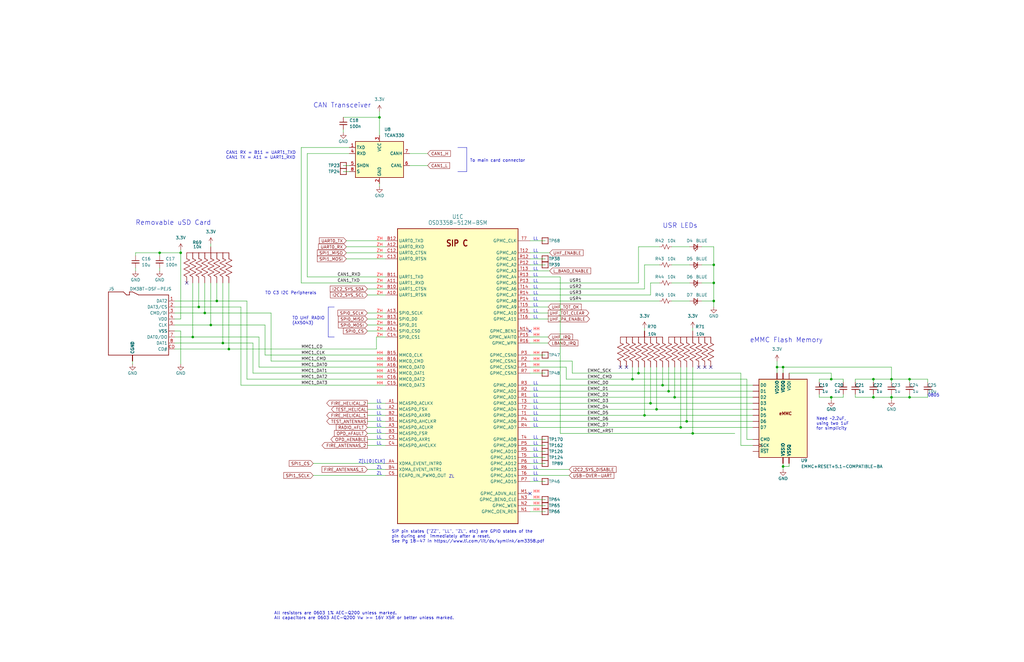
<source format=kicad_sch>
(kicad_sch (version 20230121) (generator eeschema)
  (paper "USLedger")
  (title_block (title "OreSat C3: OSD3358 SIP C") (date "2023-05-29") (rev "6.1"))
  (junction (at 67.31 106.68))
  (junction (at 88.9 137.16))
  (junction (at 350.52 167.64))
  (junction (at 327.66 154.94))
  (junction (at 96.52 147.32))
  (junction (at 383.54 167.64))
  (junction (at 81.28 142.24))
  (junction (at 91.44 127))
  (junction (at 284.48 167.64))
  (junction (at 274.32 170.18))
  (junction (at 350.52 160.02))
  (junction (at 375.92 167.64))
  (junction (at 271.78 175.26))
  (junction (at 279.4 162.56))
  (junction (at 160.02 49.53))
  (junction (at 368.3 160.02))
  (junction (at 86.36 132.08))
  (junction (at 276.86 172.72))
  (junction (at 289.56 177.8))
  (junction (at 300.99 127))
  (junction (at 93.98 144.78))
  (junction (at 383.54 160.02))
  (junction (at 292.1 182.88))
  (junction (at 368.3 167.64))
  (junction (at 83.82 129.54))
  (junction (at 281.94 165.1))
  (junction (at 266.7 160.02))
  (junction (at 287.02 180.34))
  (junction (at 375.92 160.02))
  (junction (at 76.2 106.68))
  (junction (at 330.2 154.94))
  (junction (at 300.99 111.76))
  (junction (at 300.99 119.38))
  (junction (at 269.24 157.48))
  (junction (at 330.2 196.85))
  (no_connect (at 78.74 119.38))
  (no_connect (at 261.62 154.94))
  (no_connect (at 264.16 154.94))
  (no_connect (at 294.64 154.94))
  (no_connect (at 297.18 154.94))
  (no_connect (at 299.72 154.94))
  (no_connect (at 223.52 208.28))
  (no_connect (at 223.52 139.7))
  (wire (pts (xy 295.91 119.38) (xy 300.99 119.38)))
  (wire (pts (xy 223.52 119.38) (xy 269.24 119.38)))
  (wire (pts (xy 383.54 166.37) (xy 383.54 167.64)))
  (wire (pts (xy 300.99 111.76) (xy 300.99 119.38)))
  (wire (pts (xy 368.3 166.37) (xy 368.3 167.64)))
  (wire (pts (xy 144.78 72.39) (xy 147.32 72.39)))
  (wire (pts (xy 276.86 154.94) (xy 276.86 172.72)))
  (wire (pts (xy 327.66 152.4) (xy 327.66 154.94)))
  (wire (pts (xy 283.21 104.14) (xy 290.83 104.14)))
  (wire (pts (xy 111.76 149.86) (xy 111.76 137.16)))
  (wire (pts (xy 57.15 113.03) (xy 57.15 114.3)))
  (wire (pts (xy 223.52 198.12) (xy 240.03 198.12)))
  (wire (pts (xy 238.76 154.94) (xy 238.76 160.02)))
  (wire (pts (xy 271.78 121.92) (xy 271.78 111.76)))
  (wire (pts (xy 223.52 190.5) (xy 229.87 190.5)))
  (wire (pts (xy 223.52 210.82) (xy 229.87 210.82)))
  (wire (pts (xy 281.94 154.94) (xy 281.94 165.1)))
  (wire (pts (xy 223.52 132.08) (xy 231.14 132.08)))
  (wire (pts (xy 223.52 213.36) (xy 229.87 213.36)))
  (wire (pts (xy 162.56 160.02) (xy 104.14 160.02)))
  (wire (pts (xy 269.24 154.94) (xy 269.24 157.48)))
  (wire (pts (xy 236.22 182.88) (xy 292.1 182.88)))
  (wire (pts (xy 158.75 142.24) (xy 162.56 142.24)))
  (wire (pts (xy 360.68 161.29) (xy 360.68 160.02)))
  (wire (pts (xy 96.52 147.32) (xy 96.52 119.38)))
  (wire (pts (xy 162.56 132.08) (xy 154.94 132.08)))
  (wire (pts (xy 223.52 149.86) (xy 229.87 149.86)))
  (wire (pts (xy 223.52 172.72) (xy 276.86 172.72)))
  (wire (pts (xy 269.24 157.48) (xy 312.42 157.48)))
  (wire (pts (xy 391.16 166.37) (xy 391.16 167.64)))
  (wire (pts (xy 283.21 111.76) (xy 290.83 111.76)))
  (wire (pts (xy 160.02 49.53) (xy 160.02 57.15)))
  (wire (pts (xy 327.66 154.94) (xy 330.2 154.94)))
  (wire (pts (xy 114.3 132.08) (xy 86.36 132.08)))
  (wire (pts (xy 67.31 106.68) (xy 67.31 107.95)))
  (wire (pts (xy 146.05 106.68) (xy 162.56 106.68)))
  (wire (pts (xy 57.15 106.68) (xy 67.31 106.68)))
  (wire (pts (xy 391.16 161.29) (xy 391.16 160.02)))
  (wire (pts (xy 383.54 160.02) (xy 391.16 160.02)))
  (wire (pts (xy 314.96 160.02) (xy 314.96 185.42)))
  (wire (pts (xy 73.66 139.7) (xy 76.2 139.7)))
  (wire (pts (xy 375.92 160.02) (xy 375.92 161.29)))
  (polyline (pts (xy 193.04 62.23) (xy 196.85 62.23)))
  (wire (pts (xy 147.32 62.23) (xy 127 62.23)))
  (polyline (pts (xy 140.97 129.54) (xy 138.43 129.54)))
  (wire (pts (xy 160.02 46.99) (xy 160.02 49.53)))
  (wire (pts (xy 223.52 106.68) (xy 231.775 106.68)))
  (wire (pts (xy 276.86 172.72) (xy 317.5 172.72)))
  (wire (pts (xy 144.78 54.61) (xy 144.78 55.88)))
  (wire (pts (xy 271.78 154.94) (xy 271.78 175.26)))
  (wire (pts (xy 154.94 177.8) (xy 162.56 177.8)))
  (wire (pts (xy 88.9 137.16) (xy 88.9 119.38)))
  (wire (pts (xy 146.05 104.14) (xy 162.56 104.14)))
  (wire (pts (xy 287.02 180.34) (xy 317.5 180.34)))
  (wire (pts (xy 281.94 165.1) (xy 317.5 165.1)))
  (wire (pts (xy 223.52 175.26) (xy 271.78 175.26)))
  (wire (pts (xy 330.2 196.85) (xy 332.74 196.85)))
  (wire (pts (xy 274.32 119.38) (xy 278.13 119.38)))
  (wire (pts (xy 375.92 167.64) (xy 375.92 168.91)))
  (wire (pts (xy 332.74 196.85) (xy 332.74 195.58)))
  (wire (pts (xy 279.4 154.94) (xy 279.4 162.56)))
  (wire (pts (xy 375.92 160.02) (xy 375.92 154.94)))
  (wire (pts (xy 368.3 167.64) (xy 375.92 167.64)))
  (wire (pts (xy 223.52 127) (xy 278.13 127)))
  (wire (pts (xy 350.52 167.64) (xy 350.52 168.91)))
  (wire (pts (xy 96.52 147.32) (xy 158.75 147.32)))
  (wire (pts (xy 269.24 104.14) (xy 278.13 104.14)))
  (wire (pts (xy 274.32 170.18) (xy 317.5 170.18)))
  (wire (pts (xy 383.54 160.02) (xy 383.54 161.29)))
  (wire (pts (xy 162.56 124.46) (xy 154.94 124.46)))
  (wire (pts (xy 383.54 167.64) (xy 375.92 167.64)))
  (wire (pts (xy 111.76 149.86) (xy 162.56 149.86)))
  (wire (pts (xy 223.52 195.58) (xy 229.87 195.58)))
  (wire (pts (xy 93.98 144.78) (xy 93.98 119.38)))
  (wire (pts (xy 283.21 127) (xy 290.83 127)))
  (wire (pts (xy 76.2 105.41) (xy 76.2 106.68)))
  (wire (pts (xy 109.22 154.94) (xy 109.22 142.24)))
  (wire (pts (xy 109.22 154.94) (xy 162.56 154.94)))
  (wire (pts (xy 88.9 102.87) (xy 88.9 104.14)))
  (wire (pts (xy 144.78 49.53) (xy 160.02 49.53)))
  (wire (pts (xy 172.72 64.77) (xy 180.34 64.77)))
  (wire (pts (xy 76.2 139.7) (xy 76.2 153.67)))
  (polyline (pts (xy 193.04 72.39) (xy 196.85 72.39)))
  (wire (pts (xy 223.52 193.04) (xy 229.87 193.04)))
  (wire (pts (xy 223.52 109.22) (xy 229.87 109.22)))
  (wire (pts (xy 269.24 119.38) (xy 269.24 104.14)))
  (wire (pts (xy 223.52 167.64) (xy 284.48 167.64)))
  (wire (pts (xy 223.52 157.48) (xy 229.87 157.48)))
  (wire (pts (xy 300.99 127) (xy 295.91 127)))
  (wire (pts (xy 223.52 101.6) (xy 229.87 101.6)))
  (wire (pts (xy 162.56 121.92) (xy 154.94 121.92)))
  (wire (pts (xy 223.52 142.24) (xy 231.14 142.24)))
  (wire (pts (xy 266.7 160.02) (xy 314.96 160.02)))
  (wire (pts (xy 158.75 147.32) (xy 158.75 142.24)))
  (wire (pts (xy 83.82 129.54) (xy 73.66 129.54)))
  (wire (pts (xy 236.22 116.84) (xy 236.22 182.88)))
  (wire (pts (xy 132.08 195.58) (xy 162.56 195.58)))
  (wire (pts (xy 274.32 124.46) (xy 274.32 119.38)))
  (polyline (pts (xy 138.43 142.24) (xy 140.97 142.24)))
  (wire (pts (xy 73.66 134.62) (xy 76.2 134.62)))
  (wire (pts (xy 223.52 121.92) (xy 271.78 121.92)))
  (wire (pts (xy 241.3 157.48) (xy 269.24 157.48)))
  (wire (pts (xy 127 119.38) (xy 162.56 119.38)))
  (wire (pts (xy 57.15 106.68) (xy 57.15 107.95)))
  (wire (pts (xy 154.94 175.26) (xy 162.56 175.26)))
  (wire (pts (xy 375.92 160.02) (xy 383.54 160.02)))
  (wire (pts (xy 160.02 77.47) (xy 160.02 78.74)))
  (wire (pts (xy 223.52 124.46) (xy 274.32 124.46)))
  (wire (pts (xy 154.94 134.62) (xy 162.56 134.62)))
  (wire (pts (xy 86.36 132.08) (xy 86.36 119.38)))
  (wire (pts (xy 223.52 134.62) (xy 231.14 134.62)))
  (wire (pts (xy 279.4 162.56) (xy 317.5 162.56)))
  (wire (pts (xy 289.56 154.94) (xy 289.56 177.8)))
  (wire (pts (xy 101.6 162.56) (xy 101.6 129.54)))
  (wire (pts (xy 332.74 157.48) (xy 350.52 157.48)))
  (wire (pts (xy 111.76 137.16) (xy 88.9 137.16)))
  (wire (pts (xy 114.3 152.4) (xy 114.3 132.08)))
  (wire (pts (xy 360.68 167.64) (xy 368.3 167.64)))
  (wire (pts (xy 292.1 182.88) (xy 309.88 182.88)))
  (wire (pts (xy 172.72 69.85) (xy 180.34 69.85)))
  (wire (pts (xy 330.2 196.85) (xy 330.2 198.12)))
  (wire (pts (xy 73.66 142.24) (xy 81.28 142.24)))
  (wire (pts (xy 101.6 129.54) (xy 83.82 129.54)))
  (wire (pts (xy 154.94 185.42) (xy 162.56 185.42)))
  (wire (pts (xy 132.08 200.66) (xy 162.56 200.66)))
  (wire (pts (xy 81.28 142.24) (xy 109.22 142.24)))
  (wire (pts (xy 106.68 144.78) (xy 106.68 157.48)))
  (wire (pts (xy 129.54 116.84) (xy 162.56 116.84)))
  (wire (pts (xy 223.52 152.4) (xy 241.3 152.4)))
  (wire (pts (xy 223.52 162.56) (xy 279.4 162.56)))
  (wire (pts (xy 295.91 104.14) (xy 300.99 104.14)))
  (wire (pts (xy 355.6 167.64) (xy 350.52 167.64)))
  (wire (pts (xy 292.1 138.43) (xy 292.1 139.7)))
  (wire (pts (xy 368.3 160.02) (xy 368.3 161.29)))
  (wire (pts (xy 223.52 114.3) (xy 231.775 114.3)))
  (wire (pts (xy 330.2 195.58) (xy 330.2 196.85)))
  (polyline (pts (xy 138.43 129.54) (xy 138.43 142.24)))
  (wire (pts (xy 241.3 152.4) (xy 241.3 157.48)))
  (wire (pts (xy 345.44 167.64) (xy 350.52 167.64)))
  (wire (pts (xy 67.31 106.68) (xy 76.2 106.68)))
  (wire (pts (xy 327.66 157.48) (xy 327.66 154.94)))
  (wire (pts (xy 295.91 111.76) (xy 300.99 111.76)))
  (wire (pts (xy 289.56 177.8) (xy 317.5 177.8)))
  (wire (pts (xy 73.66 147.32) (xy 96.52 147.32)))
  (wire (pts (xy 317.5 187.96) (xy 312.42 187.96)))
  (wire (pts (xy 154.94 170.18) (xy 162.56 170.18)))
  (wire (pts (xy 83.82 119.38) (xy 83.82 129.54)))
  (wire (pts (xy 274.32 154.94) (xy 274.32 170.18)))
  (wire (pts (xy 368.3 160.02) (xy 375.92 160.02)))
  (wire (pts (xy 76.2 134.62) (xy 76.2 106.68)))
  (wire (pts (xy 375.92 166.37) (xy 375.92 167.64)))
  (wire (pts (xy 154.94 187.96) (xy 162.56 187.96)))
  (wire (pts (xy 266.7 154.94) (xy 266.7 160.02)))
  (wire (pts (xy 127 62.23) (xy 127 119.38)))
  (wire (pts (xy 223.52 154.94) (xy 238.76 154.94)))
  (wire (pts (xy 146.05 109.22) (xy 162.56 109.22)))
  (wire (pts (xy 114.3 152.4) (xy 162.56 152.4)))
  (wire (pts (xy 350.52 160.02) (xy 350.52 157.48)))
  (wire (pts (xy 312.42 187.96) (xy 312.42 157.48)))
  (wire (pts (xy 271.78 111.76) (xy 278.13 111.76)))
  (wire (pts (xy 391.16 167.64) (xy 383.54 167.64)))
  (wire (pts (xy 162.56 139.7) (xy 154.94 139.7)))
  (wire (pts (xy 283.21 119.38) (xy 290.83 119.38)))
  (wire (pts (xy 223.52 144.78) (xy 231.14 144.78)))
  (wire (pts (xy 300.99 129.54) (xy 300.99 127)))
  (wire (pts (xy 223.52 185.42) (xy 229.87 185.42)))
  (wire (pts (xy 154.94 180.34) (xy 162.56 180.34)))
  (wire (pts (xy 223.52 165.1) (xy 281.94 165.1)))
  (wire (pts (xy 360.68 160.02) (xy 368.3 160.02)))
  (wire (pts (xy 284.48 167.64) (xy 317.5 167.64)))
  (wire (pts (xy 73.66 137.16) (xy 88.9 137.16)))
  (wire (pts (xy 345.44 161.29) (xy 345.44 160.02)))
  (wire (pts (xy 360.68 166.37) (xy 360.68 167.64)))
  (wire (pts (xy 73.66 132.08) (xy 86.36 132.08)))
  (wire (pts (xy 238.76 160.02) (xy 266.7 160.02)))
  (wire (pts (xy 223.52 180.34) (xy 287.02 180.34)))
  (wire (pts (xy 300.99 119.38) (xy 300.99 127)))
  (wire (pts (xy 355.6 161.29) (xy 355.6 160.02)))
  (wire (pts (xy 154.94 182.88) (xy 162.56 182.88)))
  (wire (pts (xy 355.6 166.37) (xy 355.6 167.64)))
  (wire (pts (xy 154.94 198.12) (xy 162.56 198.12)))
  (wire (pts (xy 154.94 137.16) (xy 162.56 137.16)))
  (wire (pts (xy 284.48 154.94) (xy 284.48 167.64)))
  (wire (pts (xy 375.92 154.94) (xy 330.2 154.94)))
  (wire (pts (xy 147.32 64.77) (xy 129.54 64.77)))
  (wire (pts (xy 292.1 154.94) (xy 292.1 182.88)))
  (wire (pts (xy 287.02 154.94) (xy 287.02 180.34)))
  (wire (pts (xy 223.52 203.2) (xy 229.87 203.2)))
  (wire (pts (xy 91.44 127) (xy 104.14 127)))
  (wire (pts (xy 93.98 144.78) (xy 106.68 144.78)))
  (wire (pts (xy 271.78 138.43) (xy 271.78 139.7)))
  (wire (pts (xy 73.66 127) (xy 91.44 127)))
  (polyline (pts (xy 196.85 62.23) (xy 196.85 72.39)))
  (wire (pts (xy 345.44 166.37) (xy 345.44 167.64)))
  (wire (pts (xy 144.78 69.85) (xy 147.32 69.85)))
  (wire (pts (xy 73.66 144.78) (xy 93.98 144.78)))
  (wire (pts (xy 355.6 160.02) (xy 350.52 160.02)))
  (wire (pts (xy 223.52 129.54) (xy 231.14 129.54)))
  (wire (pts (xy 345.44 160.02) (xy 350.52 160.02)))
  (wire (pts (xy 223.52 170.18) (xy 274.32 170.18)))
  (wire (pts (xy 146.05 101.6) (xy 162.56 101.6)))
  (wire (pts (xy 330.2 154.94) (xy 330.2 157.48)))
  (wire (pts (xy 314.96 185.42) (xy 317.5 185.42)))
  (wire (pts (xy 223.52 111.76) (xy 229.87 111.76)))
  (wire (pts (xy 223.52 200.66) (xy 240.03 200.66)))
  (wire (pts (xy 101.6 162.56) (xy 162.56 162.56)))
  (wire (pts (xy 223.52 177.8) (xy 289.56 177.8)))
  (wire (pts (xy 223.52 116.84) (xy 236.22 116.84)))
  (wire (pts (xy 55.88 152.4) (xy 55.88 153.67)))
  (wire (pts (xy 300.99 104.14) (xy 300.99 111.76)))
  (wire (pts (xy 223.52 215.9) (xy 229.87 215.9)))
  (wire (pts (xy 91.44 119.38) (xy 91.44 127)))
  (wire (pts (xy 223.52 187.96) (xy 229.87 187.96)))
  (wire (pts (xy 81.28 119.38) (xy 81.28 142.24)))
  (wire (pts (xy 104.14 160.02) (xy 104.14 127)))
  (wire (pts (xy 271.78 175.26) (xy 317.5 175.26)))
  (wire (pts (xy 129.54 64.77) (xy 129.54 116.84)))
  (wire (pts (xy 154.94 172.72) (xy 162.56 172.72)))
  (wire (pts (xy 67.31 113.03) (xy 67.31 114.3)))
  (wire (pts (xy 106.68 157.48) (xy 162.56 157.48)))
  (text "CAN1 RX = B11 = UART1_TXD\nCAN1 TX = A11 = UART1_RXD" (at 95.25 67.31 0) (effects (font (size 1.27 1.27)) (justify left bottom)))
  (text "0805" (at 391.16 167.64 0) (effects (font (size 1.27 1.27)) (justify left bottom)))
  (text "LL" (at 158.75 170.18 0) (effects (font (size 1.27 1.27)) (justify left bottom)))
  (text "LL" (at 158.75 182.88 0) (effects (font (size 1.27 1.27)) (justify left bottom)))
  (text "ZH" (at 158.75 134.62 0) (effects (font (size 1.27 1.27)) (justify left bottom)))
  (text "LL" (at 158.7355 172.6923 0) (effects (font (size 1.27 1.27)) (justify left bottom)))
  (text "ZH" (at 158.75 109.22 0) (effects (font (size 1.27 1.27)) (justify left bottom)))
  (text "ZH" (at 158.75 116.84 0) (effects (font (size 1.27 1.27)) (justify left bottom)))
  (text "ZH" (at 158.75 119.38 0) (effects (font (size 1.27 1.27)) (justify left bottom)))
  (text "HH" (at 224.79 152.4 0) (effects (font (size 1.27 1.27)) (justify left bottom)))
  (text "ZH" (at 158.75 132.08 0) (effects (font (size 1.27 1.27)) (justify left bottom)))
  (text "LL" (at 224.79 129.54 0) (effects (font (size 1.27 1.27)) (justify left bottom)))
  (text "LL" (at 224.79 185.42 0) (effects (font (size 1.27 1.27)) (justify left bottom)))
  (text "LL" (at 224.79 124.46 0) (effects (font (size 1.27 1.27)) (justify left bottom)))
  (text "LL" (at 224.79 165.1 0) (effects (font (size 1.27 1.27)) (justify left bottom)))
  (text "LL" (at 224.79 170.18 0) (effects (font (size 1.27 1.27)) (justify left bottom)))
  (text "eMMC Flash Memory" (at 316.23 144.78 0) (effects (font (size 2 2)) (justify left bottom)))
  (text "HH" (at 158.75 162.56 0) (effects (font (size 1.27 1.27)) (justify left bottom)))
  (text "ZH" (at 158.75 139.7 0) (effects (font (size 1.27 1.27)) (justify left bottom)))
  (text "LL" (at 224.79 193.04 0) (effects (font (size 1.27 1.27)) (justify left bottom)))
  (text "HH" (at 224.79 157.48 0) (effects (font (size 1.27 1.27)) (justify left bottom)))
  (text "LL" (at 224.79 172.72 0) (effects (font (size 1.27 1.27)) (justify left bottom)))
  (text "Removable uSD Card" (at 57.15 95.25 0) (effects (font (size 2 2)) (justify left bottom)))
  (text "Need ~2.2uF, \nusing two 1uF\nfor simplicity" (at 344.17 181.61 0) (effects (font (size 1.27 1.27)) (justify left bottom)))
  (text "LL" (at 224.79 109.22 0) (effects (font (size 1.27 1.27)) (justify left bottom)))
  (text "LL" (at 224.79 121.92 0) (effects (font (size 1.27 1.27)) (justify left bottom)))
  (text "LL" (at 224.79 134.62 0) (effects (font (size 1.27 1.27)) (justify left bottom)))
  (text "LL" (at 224.79 106.68 0) (effects (font (size 1.27 1.27)) (justify left bottom)))
  (text "LL" (at 224.79 198.12 0) (effects (font (size 1.27 1.27)) (justify left bottom)))
  (text "LL" (at 224.79 162.56 0) (effects (font (size 1.27 1.27)) (justify left bottom)))
  (text "HH" (at 224.79 144.78 0) (effects (font (size 1.27 1.27)) (justify left bottom)))
  (text "LL" (at 224.79 175.26 0) (effects (font (size 1.27 1.27)) (justify left bottom)))
  (text "LL" (at 224.79 195.58 0) (effects (font (size 1.27 1.27)) (justify left bottom)))
  (text "LL" (at 224.79 200.66 0) (effects (font (size 1.27 1.27)) (justify left bottom)))
  (text "HH" (at 224.79 149.86 0) (effects (font (size 1.27 1.27)) (justify left bottom)))
  (text "LL" (at 224.79 132.08 0) (effects (font (size 1.27 1.27)) (justify left bottom)))
  (text "SIP pin states (\"ZZ\", \"LL\", \"ZL\", etc) are GPIO states of the\npin during and  immediately after a reset.  \nSee Pg 18-47 in https://www.ti.com/lit/ds/symlink/am3358.pdf\n" (at 165.1 229.235 0) (effects (font (size 1.27 1.27)) (justify left bottom)))
  (text "LL" (at 224.79 111.76 0) (effects (font (size 1.27 1.27)) (justify left bottom)))
  (text "To main card connector" (at 198.12 68.58 0) (effects (font (size 1.27 1.27)) (justify left bottom)))
  (text "LL" (at 224.79 203.2 0) (effects (font (size 1.27 1.27)) (justify left bottom)))
  (text "USR LEDs" (at 279.4 96.52 0) (effects (font (size 2 2)) (justify left bottom)))
  (text "LL" (at 158.75 185.42 0) (effects (font (size 1.27 1.27)) (justify left bottom)))
  (text "ZH" (at 158.75 101.6 0) (effects (font (size 1.27 1.27)) (justify left bottom)))
  (text "LL" (at 224.79 187.96 0) (effects (font (size 1.27 1.27)) (justify left bottom)))
  (text "Z[L|0|CLK]" (at 151.13 195.58 0) (effects (font (size 1.27 1.27)) (justify left bottom)))
  (text "HH" (at 224.79 139.7 0) (effects (font (size 1.27 1.27)) (justify left bottom)))
  (text "ZH" (at 158.75 106.68 0) (effects (font (size 1.27 1.27)) (justify left bottom)))
  (text "HH" (at 224.79 142.24 0) (effects (font (size 1.27 1.27)) (justify left bottom)))
  (text "LL" (at 224.79 180.34 0) (effects (font (size 1.27 1.27)) (justify left bottom)))
  (text "LL" (at 224.79 127 0) (effects (font (size 1.27 1.27)) (justify left bottom)))
  (text "LL" (at 224.79 119.38 0) (effects (font (size 1.27 1.27)) (justify left bottom)))
  (text "ZL" (at 189.23 201.93 0) (effects (font (size 1.27 1.27)) (justify left bottom)))
  (text "HH" (at 224.79 215.9 0) (effects (font (size 1.27 1.27)) (justify left bottom)))
  (text "ZH" (at 158.75 124.46 0) (effects (font (size 1.27 1.27)) (justify left bottom)))
  (text "LL" (at 224.79 114.3 0) (effects (font (size 1.27 1.27)) (justify left bottom)))
  (text "TO C3 I2C Peripherals" (at 111.76 124.46 0) (effects (font (size 1.27 1.27)) (justify left bottom)))
  (text "ZH" (at 158.75 137.16 0) (effects (font (size 1.27 1.27)) (justify left bottom)))
  (text "HH" (at 224.79 213.36 0) (effects (font (size 1.27 1.27)) (justify left bottom)))
  (text "ZL" (at 158.75 198.12 0) (effects (font (size 1.27 1.27)) (justify left bottom)))
  (text "ZH" (at 158.75 142.24 0) (effects (font (size 1.27 1.27)) (justify left bottom)))
  (text "HH" (at 158.75 160.02 0) (effects (font (size 1.27 1.27)) (justify left bottom)))
  (text "HH" (at 158.75 149.86 0) (effects (font (size 1.27 1.27)) (justify left bottom)))
  (text "LL" (at 158.75 180.34 0) (effects (font (size 1.27 1.27)) (justify left bottom)))
  (text "ZH" (at 158.75 121.92 0) (effects (font (size 1.27 1.27)) (justify left bottom)))
  (text "LL" (at 224.79 177.8 0) (effects (font (size 1.27 1.27)) (justify left bottom)))
  (text "LL" (at 224.79 190.5 0) (effects (font (size 1.27 1.27)) (justify left bottom)))
  (text "HH" (at 158.75 152.4 0) (effects (font (size 1.27 1.27)) (justify left bottom)))
  (text "HH" (at 224.79 154.94 0) (effects (font (size 1.27 1.27)) (justify left bottom)))
  (text "HH" (at 158.75 154.94 0) (effects (font (size 1.27 1.27)) (justify left bottom)))
  (text "All resistors are 0603 1% AEC-Q200 unless marked.\nAll capacitors are 0603 AEC-Q200 Vw >= 16V X5R or better unless marked." (at 115.57 261.62 0) (effects (font (size 1.27 1.27)) (justify left bottom)))
  (text "LL" (at 158.75 177.8 0) (effects (font (size 1.27 1.27)) (justify left bottom)))
  (text "LL" (at 224.79 101.6 0) (effects (font (size 1.27 1.27)) (justify left bottom)))
  (text "CAN Transceiver" (at 132.08 45.72 0) (effects (font (size 2 2)) (justify left bottom)))
  (text "LL" (at 158.75 187.96 0) (effects (font (size 1.27 1.27)) (justify left bottom)))
  (text "LL" (at 158.75 175.26 0) (effects (font (size 1.27 1.27)) (justify left bottom)))
  (text "ZL" (at 158.75 200.66 0) (effects (font (size 1.27 1.27)) (justify left bottom)))
  (text "ZH" (at 158.75 104.14 0) (effects (font (size 1.27 1.27)) (justify left bottom)))
  (text "TO UHF RADIO\n(AX5043)" (at 123.19 137.16 0) (effects (font (size 1.27 1.27)) (justify left bottom)))
  (text "LL" (at 224.79 167.64 0) (effects (font (size 1.27 1.27)) (justify left bottom)))
  (text "HH" (at 158.75 157.48 0) (effects (font (size 1.27 1.27)) (justify left bottom)))
  (text "LL" (at 224.79 116.84 0) (effects (font (size 1.27 1.27)) (justify left bottom)))
  (text "HH" (at 224.79 208.28 0) (effects (font (size 1.27 1.27)) (justify left bottom)))
  (text "HH" (at 224.79 210.82 0) (effects (font (size 1.27 1.27)) (justify left bottom)))
  (label "EMMC_D6" (at 247.65 177.8 0))
  (label "USR3" (at 240.03 124.46 0))
  (label "USR4" (at 240.03 127 0))
  (label "CAN1_RXD" (at 142.24 116.84 0))
  (label "EMMC_D0" (at 247.65 162.56 0))
  (label "USR2" (at 240.03 121.92 0))
  (label "EMMC_CMD" (at 247.65 160.02 0))
  (label "MMC1_CMD" (at 127 152.4 0))
  (label "MMC1_DAT3" (at 127 162.56 0))
  (label "EMMC_nRST" (at 247.65 182.88 0))
  (label "EMMC_SCK" (at 247.65 157.48 0))
  (label "EMMC_D4" (at 247.65 172.72 0))
  (label "USR1" (at 240.03 119.38 0))
  (label "MMC1_DAT1" (at 127 157.48 0))
  (label "CAN1_TXD" (at 142.24 119.38 0))
  (label "MMC1_CLK" (at 127 149.86 0))
  (label "MMC1_CD" (at 127 147.32 0))
  (label "EMMC_D7" (at 247.65 180.34 0))
  (label "EMMC_D3" (at 247.65 170.18 0))
  (label "MMC1_DAT0" (at 127 154.94 0))
  (label "EMMC_D2" (at 247.65 167.64 0))
  (label "EMMC_D5" (at 247.65 175.26 0))
  (label "EMMC_D1" (at 247.65 165.1 0))
  (label "MMC1_DAT2" (at 127 160.02 0))
  (global_label "SPI1_CS" (shape input) (at 132.08 195.58 180) (property "Intersheetrefs" "${INTERSHEET_REFS}" (at 121.4333 195.58 0) (effects (justify right))))
  (global_label "SPI0_MOSI" (shape input) (at 154.94 137.16 180) (property "Intersheetrefs" "${INTERSHEET_REFS}" (at 142.1766 137.16 0) (effects (justify right))))
  (global_label "SPI1_MISO" (shape input) (at 146.05 106.68 180) (property "Intersheetrefs" "${INTERSHEET_REFS}" (at 133.2866 106.68 0) (effects (justify right))))
  (global_label "I2C2_SYS_DISABLE" (shape input) (at 240.03 198.12 0) (property "Intersheetrefs" "${INTERSHEET_REFS}" (at 260.3718 198.12 0) (effects (justify left))))
  (global_label "FIRE_ANTENNAS_1" (shape input) (at 154.94 198.12 180) (property "Intersheetrefs" "${INTERSHEET_REFS}" (at 135.2823 198.12 0) (effects (justify right))))
  (global_label "UHF_IRQ" (shape input) (at 231.14 142.24 0) (property "Intersheetrefs" "${INTERSHEET_REFS}" (at 241.9683 142.24 0) (effects (justify left))))
  (global_label "UHF_ENABLE" (shape input) (at 231.775 106.68 0) (property "Intersheetrefs" "${INTERSHEET_REFS}" (at 245.745 106.68 0) (effects (justify left))))
  (global_label "FIRE_HELICAL_2" (shape output) (at 154.94 170.18 180) (property "Intersheetrefs" "${INTERSHEET_REFS}" (at 137.278 170.18 0) (effects (justify right))))
  (global_label "UHF_TOT_OK" (shape input) (at 231.14 129.54 0) (property "Intersheetrefs" "${INTERSHEET_REFS}" (at 245.5968 129.54 0) (effects (justify left))))
  (global_label "SPI0_SCLK" (shape input) (at 154.94 132.08 180) (property "Intersheetrefs" "${INTERSHEET_REFS}" (at 141.9952 132.08 0) (effects (justify right))))
  (global_label "OPD_nENABLE" (shape output) (at 154.94 185.42 180) (property "Intersheetrefs" "${INTERSHEET_REFS}" (at 139.0319 185.42 0) (effects (justify right))))
  (global_label "SPI0_MISO" (shape input) (at 154.94 134.62 180) (property "Intersheetrefs" "${INTERSHEET_REFS}" (at 142.1766 134.62 0) (effects (justify right))))
  (global_label "RADIO_nFLT" (shape input) (at 154.94 180.34 180) (property "Intersheetrefs" "${INTERSHEET_REFS}" (at 141.2694 180.34 0) (effects (justify right))))
  (global_label "I2C2_SYS_SDA" (shape input) (at 154.94 121.92 180) (property "Intersheetrefs" "${INTERSHEET_REFS}" (at 138.7295 121.92 0) (effects (justify right))))
  (global_label "I2C2_SYS_SCL" (shape input) (at 154.94 124.46 180) (property "Intersheetrefs" "${INTERSHEET_REFS}" (at 138.79 124.46 0) (effects (justify right))))
  (global_label "TEST_ANTENNAS" (shape output) (at 154.94 177.8 180) (property "Intersheetrefs" "${INTERSHEET_REFS}" (at 137.2781 177.8 0) (effects (justify right))))
  (global_label "UHF_PA_ENABLE" (shape output) (at 231.14 134.62 0) (property "Intersheetrefs" "${INTERSHEET_REFS}" (at 249.1044 134.62 0) (effects (justify left))))
  (global_label "FIRE_ANTENNAS_2" (shape output) (at 154.94 187.96 180) (property "Intersheetrefs" "${INTERSHEET_REFS}" (at 135.2823 187.96 0) (effects (justify right))))
  (global_label "L_BAND_ENABLE" (shape input) (at 231.775 114.3 0) (property "Intersheetrefs" "${INTERSHEET_REFS}" (at 248.92 114.3 0) (effects (justify left))))
  (global_label "UART0_RX" (shape input) (at 146.05 104.14 180) (property "Intersheetrefs" "${INTERSHEET_REFS}" (at 133.8309 104.14 0) (effects (justify right))))
  (global_label "SPI0_CS" (shape input) (at 154.94 139.7 180) (property "Intersheetrefs" "${INTERSHEET_REFS}" (at 144.2933 139.7 0) (effects (justify right))))
  (global_label "SPI1_SCLK" (shape input) (at 132.08 200.66 180) (property "Intersheetrefs" "${INTERSHEET_REFS}" (at 119.1352 200.66 0) (effects (justify right))))
  (global_label "CAN1_L" (shape input) (at 180.34 69.85 0) (property "Intersheetrefs" "${INTERSHEET_REFS}" (at 190.1401 69.85 0) (effects (justify left))))
  (global_label "USB-OVER-UART" (shape input) (at 240.03 200.66 0) (property "Intersheetrefs" "${INTERSHEET_REFS}" (at 259.4648 200.66 0) (effects (justify left))))
  (global_label "OPD_nFAULT" (shape input) (at 154.94 182.88 180) (property "Intersheetrefs" "${INTERSHEET_REFS}" (at 140.5437 182.88 0) (effects (justify right))))
  (global_label "UHF_TOT_CLEAR" (shape output) (at 231.14 132.08 0) (property "Intersheetrefs" "${INTERSHEET_REFS}" (at 248.802 132.08 0) (effects (justify left))))
  (global_label "CAN1_H" (shape input) (at 180.34 64.77 0) (property "Intersheetrefs" "${INTERSHEET_REFS}" (at 190.4425 64.77 0) (effects (justify left))))
  (global_label "SPI1_MOSI" (shape input) (at 146.05 109.22 180) (property "Intersheetrefs" "${INTERSHEET_REFS}" (at 133.2866 109.22 0) (effects (justify right))))
  (global_label "UART0_TX" (shape input) (at 146.05 101.6 180) (property "Intersheetrefs" "${INTERSHEET_REFS}" (at 134.1333 101.6 0) (effects (justify right))))
  (global_label "TEST_HELICAL" (shape output) (at 154.94 172.72 180) (property "Intersheetrefs" "${INTERSHEET_REFS}" (at 139.2738 172.72 0) (effects (justify right))))
  (global_label "LBAND_IRQ" (shape input) (at 231.14 144.78 0) (property "Intersheetrefs" "${INTERSHEET_REFS}" (at 244.2059 144.78 0) (effects (justify left))))
  (global_label "FIRE_HELICAL_1" (shape output) (at 154.94 175.26 180) (property "Intersheetrefs" "${INTERSHEET_REFS}" (at 137.278 175.26 0) (effects (justify right))))
  (symbol (lib_id "oresat-misc:Test-Point-1mm-round") (at 229.87 109.22 180) (unit 1)
    (property "Reference" "TP38" (at 236.22 109.22 0) (effects (justify left)))
    (property "Value" "Test-Point" (effects hide))
    (property "Footprint" "oresat-misc:TestPoint_Pad_D1.0mm" (effects hide))
  )
  (symbol (lib_id "oresat-power:3.3V") (at 292.1 138.43 0) (unit 1)
    (property "Reference" "#3V0106" (effects hide))
    (property "Value" "3.3V" (at 292.1 133.35 0))
  )
  (symbol (lib_id "power:GND") (at 375.92 168.91 0) (unit 1)
    (property "Reference" "#PWR0150" (effects hide))
    (property "Value" "GND" (at 375.92 172.72 0))
  )
  (symbol (lib_id "oresat-misc:Test-Point-1mm-round") (at 229.87 185.42 90) (unit 1)
    (property "Reference" "TP170" (at 237.49 185.42 90) (effects (justify left)))
    (property "Value" "Test-Point" (effects hide))
    (property "Footprint" "oresat-misc:TestPoint_Pad_D1.0mm" (effects hide))
  )
  (symbol (lib_id "oresat-misc:Test-Point-1mm-round") (at 229.87 101.6 90) (unit 1)
    (property "Reference" "TP68" (at 236.22 101.6 90) (effects (justify left)))
    (property "Value" "Test-Point" (effects hide))
    (property "Footprint" "oresat-misc:TestPoint_Pad_D1.0mm" (effects hide))
  )
  (symbol (lib_id "power:GND") (at 55.88 153.67 0) (unit 1)
    (property "Reference" "#PWR0157" (effects hide))
    (property "Value" "GND" (at 55.88 157.48 0))
  )
  (symbol (lib_id "oresat-misc:Test-Point-1mm-round") (at 229.87 203.2 90) (unit 1)
    (property "Reference" "TP46" (at 236.22 203.2 90) (effects (justify left)))
    (property "Value" "Test-Point" (effects hide))
    (property "Footprint" "oresat-misc:TestPoint_Pad_D1.0mm" (effects hide))
  )
  (symbol (lib_id "Device:LED_Small") (at 293.37 104.14 180) (unit 1)
    (property "Reference" "D4" (at 290.83 101.6 0))
    (property "Value" "BLUE" (at 295.91 101.6 0))
    (property "Footprint" "LED_SMD:LED_0603_1608Metric" (effects hide))
  )
  (symbol (lib_id "Device:R_Small_US") (at 280.67 119.38 90) (unit 1)
    (property "Reference" "R44" (at 278.13 116.84 90))
    (property "Value" "10k" (at 283.21 116.84 90))
    (property "Footprint" "Resistor_SMD:R_0603_1608Metric" (effects hide))
  )
  (symbol (lib_id "Device:C_Small") (at 360.68 163.83 0) (mirror y) (unit 1)
    (property "Reference" "C21" (at 364.49 162.56 0) (effects (justify left)))
    (property "Value" "1u" (at 364.49 165.1 0) (effects (justify left)))
    (property "Footprint" "Capacitor_SMD:C_0603_1608Metric" (effects hide))
  )
  (symbol (lib_id "Device:C_Small") (at 383.54 163.83 0) (mirror y) (unit 1)
    (property "Reference" "C24" (at 387.35 162.56 0) (effects (justify left)))
    (property "Value" "1u" (at 387.35 165.1 0) (effects (justify left)))
    (property "Footprint" "Capacitor_SMD:C_0603_1608Metric" (effects hide))
  )
  (symbol (lib_id "oresat-power:3.3V") (at 88.9 102.87 0) (unit 1)
    (property "Reference" "#3V0102" (effects hide))
    (property "Value" "3.3V" (at 88.9 97.79 0))
  )
  (symbol (lib_id "oresat-ics:EMMC+RESET+5.1-COMPATIBLE-BA") (at 330.2 175.26 0) (unit 1)
    (property "Reference" "U9" (at 339.09 194.31 0))
    (property "Value" "EMMC+RESET+5.1-COMPATIBLE-BA" (at 337.82 196.85 0) (effects (justify left)))
    (property "Footprint" "oresat-ics:BGA-153(11.5X13)(EMMC-BA)" (effects hide))
    (property "Datasheet" "https://www.issi.com/WW/pdf/IS21_22ES08G.pdf" (effects hide))
  )
  (symbol (lib_id "oresat-power:3.3V") (at 327.66 152.4 0) (unit 1)
    (property "Reference" "#3V0108" (effects hide))
    (property "Value" "3.3V" (at 327.66 147.32 0))
  )
  (symbol (lib_id "Device:R_Small_US") (at 280.67 104.14 90) (unit 1)
    (property "Reference" "R42" (at 278.13 101.6 90))
    (property "Value" "10k" (at 283.21 101.6 90))
    (property "Footprint" "Resistor_SMD:R_0603_1608Metric" (effects hide))
  )
  (symbol (lib_id "oresat-misc:Test-Point-1mm-round") (at 229.87 195.58 90) (unit 1)
    (property "Reference" "TP89" (at 237.49 195.58 90) (effects (justify left)))
    (property "Value" "Test-Point" (effects hide))
    (property "Footprint" "oresat-misc:TestPoint_Pad_D1.0mm" (effects hide))
  )
  (symbol (lib_id "Device:C_Small") (at 57.15 110.49 0) (unit 1)
    (property "Reference" "C16" (at 59.69 109.2262 0) (effects (justify left)))
    (property "Value" "10u" (at 59.69 111.7662 0) (effects (justify left)))
    (property "Footprint" "Capacitor_SMD:C_0805_2012Metric" (effects hide))
  )
  (symbol (lib_id "Interface_CAN_LIN:TCAN330") (at 160.02 67.31 0) (unit 1)
    (property "Reference" "U8" (at 162.0394 54.61 0) (effects (justify left)))
    (property "Value" "TCAN330" (at 162.0394 57.15 0) (effects (justify left)))
    (property "Footprint" "Package_TO_SOT_SMD:SOT-23-8" (effects hide))
    (property "Datasheet" "http://www.ti.com/lit/ds/symlink/tcan337.pdf" (effects hide))
  )
  (symbol (lib_id "Device:C_Small") (at 368.3 163.83 0) (mirror y) (unit 1)
    (property "Reference" "C22" (at 372.11 162.56 0) (effects (justify left)))
    (property "Value" "1u" (at 372.11 165.1 0) (effects (justify left)))
    (property "Footprint" "Capacitor_SMD:C_0603_1608Metric" (effects hide))
  )
  (symbol (lib_id "oresat-power:3.3V") (at 160.02 46.99 0) (unit 1)
    (property "Reference" "#3V0105" (effects hide))
    (property "Value" "3.3V" (at 160.02 41.91 0))
  )
  (symbol (lib_id "power:GND") (at 300.99 129.54 0) (unit 1)
    (property "Reference" "#PWR0153" (effects hide))
    (property "Value" "GND" (at 300.99 133.35 0))
  )
  (symbol (lib_id "oresat-misc:Test-Point-1mm-round") (at 229.87 190.5 90) (unit 1)
    (property "Reference" "TP126" (at 237.49 190.5 90) (effects (justify left)))
    (property "Value" "Test-Point" (effects hide))
    (property "Footprint" "oresat-misc:TestPoint_Pad_D1.0mm" (effects hide))
  )
  (symbol (lib_id "power:GND") (at 76.2 153.67 0) (unit 1)
    (property "Reference" "#PWR0158" (effects hide))
    (property "Value" "GND" (at 76.2 157.48 0))
  )
  (symbol (lib_id "oresat-misc:Test-Point-1mm-round") (at 144.78 69.85 0) (unit 1)
    (property "Reference" "TP23" (at 138.43 69.85 0) (effects (justify left)))
    (property "Value" "Test-Point" (effects hide))
    (property "Footprint" "oresat-misc:TestPoint_Pad_D1.0mm" (effects hide))
  )
  (symbol (lib_id "power:GND") (at 350.52 168.91 0) (unit 1)
    (property "Reference" "#PWR0152" (effects hide))
    (property "Value" "GND" (at 350.52 172.72 0))
  )
  (symbol (lib_id "power:GND") (at 57.15 114.3 0) (unit 1)
    (property "Reference" "#PWR0154" (effects hide))
    (property "Value" "GND" (at 57.15 118.11 0))
  )
  (symbol (lib_id "power:GND") (at 67.31 114.3 0) (unit 1)
    (property "Reference" "#PWR0155" (effects hide))
    (property "Value" "GND" (at 67.31 118.11 0))
  )
  (symbol (lib_id "Device:C_Small") (at 345.44 163.83 0) (mirror y) (unit 1)
    (property "Reference" "C19" (at 349.25 162.56 0) (effects (justify left)))
    (property "Value" "1u" (at 349.25 165.1 0) (effects (justify left)))
    (property "Footprint" "Capacitor_SMD:C_0603_1608Metric" (effects hide))
  )
  (symbol (lib_id "oresat-misc:Test-Point-1mm-round") (at 229.87 157.48 180) (unit 1)
    (property "Reference" "TP48" (at 236.22 157.48 0) (effects (justify left)))
    (property "Value" "Test-Point" (effects hide))
    (property "Footprint" "oresat-misc:TestPoint_Pad_D1.0mm" (effects hide))
  )
  (symbol (lib_id "oresat-misc:Test-Point-1mm-round") (at 229.87 193.04 90) (unit 1)
    (property "Reference" "TP124" (at 237.49 193.04 90) (effects (justify left)))
    (property "Value" "Test-Point" (effects hide))
    (property "Footprint" "oresat-misc:TestPoint_Pad_D1.0mm" (effects hide))
  )
  (symbol (lib_id "Device:LED_Small") (at 293.37 111.76 180) (unit 1)
    (property "Reference" "D5" (at 290.83 109.22 0))
    (property "Value" "BLUE" (at 295.91 109.22 0))
    (property "Footprint" "LED_SMD:LED_0603_1608Metric" (effects hide))
  )
  (symbol (lib_id "oresat-power:3.3V") (at 271.78 138.43 0) (unit 1)
    (property "Reference" "#3V0107" (effects hide))
    (property "Value" "3.3V" (at 271.78 133.35 0))
  )
  (symbol (lib_id "oresat-ics:OSD3358-512M-BSM") (at 193.04 157.48 0) (unit 3)
    (property "Reference" "U1" (at 193.04 91.44 0) (effects (font (size 1.778 1.5113))))
    (property "Value" "OSD3358-512M-BSM" (at 193.04 93.98 0) (effects (font (size 1.778 1.5113))))
    (property "Footprint" "oresat-ics:U-Octavo-OSD335X-BGA-256" (effects hide))
    (property "Description" "OSD335x Embedded Module 1GHz 512MB" (effects hide))
    (property "Distributor" "DigiKey" (effects hide))
    (property "MPN" "OSD3358-512M-BSM" (effects hide))
  )
  (symbol (lib_id "Device:C_Small") (at 144.78 52.07 0) (unit 1)
    (property "Reference" "C18" (at 147.32 50.8062 0) (effects (justify left)))
    (property "Value" "100n" (at 147.32 53.3462 0) (effects (justify left)))
    (property "Footprint" "Capacitor_SMD:C_0603_1608Metric" (effects hide))
  )
  (symbol (lib_id "oresat-misc:Test-Point-1mm-round") (at 229.87 213.36 90) (unit 1)
    (property "Reference" "TP65" (at 236.22 213.36 90) (effects (justify left)))
    (property "Value" "Test-Point" (effects hide))
    (property "Footprint" "oresat-misc:TestPoint_Pad_D1.0mm" (effects hide))
  )
  (symbol (lib_id "Device:R_Small_US") (at 280.67 111.76 90) (unit 1)
    (property "Reference" "R43" (at 278.13 109.22 90))
    (property "Value" "10k" (at 283.21 109.22 90))
    (property "Footprint" "Resistor_SMD:R_0603_1608Metric" (effects hide))
  )
  (symbol (lib_id "oresat-misc:Test-Point-1mm-round") (at 229.87 149.86 180) (unit 1)
    (property "Reference" "TP47" (at 236.22 149.86 0) (effects (justify left)))
    (property "Value" "Test-Point" (effects hide))
    (property "Footprint" "oresat-misc:TestPoint_Pad_D1.0mm" (effects hide))
  )
  (symbol (lib_id "oresat-power:3.3V") (at 76.2 105.41 0) (unit 1)
    (property "Reference" "#3V0101" (effects hide))
    (property "Value" "3.3V" (at 76.2 100.33 0))
  )
  (symbol (lib_id "oresat-misc:Test-Point-1mm-round") (at 229.87 111.76 180) (unit 1)
    (property "Reference" "TP39" (at 236.22 111.76 0) (effects (justify left)))
    (property "Value" "Test-Point" (effects hide))
    (property "Footprint" "oresat-misc:TestPoint_Pad_D1.0mm" (effects hide))
  )
  (symbol (lib_id "oresat-misc:Test-Point-1mm-round") (at 229.87 187.96 90) (unit 1)
    (property "Reference" "TP162" (at 237.49 187.96 90) (effects (justify left)))
    (property "Value" "Test-Point" (effects hide))
    (property "Footprint" "oresat-misc:TestPoint_Pad_D1.0mm" (effects hide))
  )
  (symbol (lib_id "Device:LED_Small") (at 293.37 119.38 180) (unit 1)
    (property "Reference" "D6" (at 290.83 116.84 0))
    (property "Value" "BLUE" (at 295.91 116.84 0))
    (property "Footprint" "LED_SMD:LED_0603_1608Metric" (effects hide))
  )
  (symbol (lib_id "oresat-misc:Test-Point-1mm-round") (at 144.78 72.39 0) (unit 1)
    (property "Reference" "TP24" (at 138.43 72.39 0) (effects (justify left)))
    (property "Value" "Test-Point" (effects hide))
    (property "Footprint" "oresat-misc:TestPoint_Pad_D1.0mm" (effects hide))
  )
  (symbol (lib_id "Device:C_Small") (at 375.92 163.83 0) (mirror y) (unit 1)
    (property "Reference" "C23" (at 379.73 162.56 0) (effects (justify left)))
    (property "Value" "1u" (at 379.73 165.1 0) (effects (justify left)))
    (property "Footprint" "Capacitor_SMD:C_0603_1608Metric" (effects hide))
  )
  (symbol (lib_id "oresat-misc:Test-Point-1mm-round") (at 229.87 215.9 90) (unit 1)
    (property "Reference" "TP66" (at 236.22 215.9 90) (effects (justify left)))
    (property "Value" "Test-Point" (effects hide))
    (property "Footprint" "oresat-misc:TestPoint_Pad_D1.0mm" (effects hide))
  )
  (symbol (lib_id "Device:C_Small") (at 391.16 163.83 0) (mirror y) (unit 1)
    (property "Reference" "C25" (at 394.97 162.56 0) (effects (justify left)))
    (property "Value" "10u" (at 394.97 165.1 0) (effects (justify left)))
    (property "Footprint" "Capacitor_SMD:C_0805_2012Metric" (effects hide))
  )
  (symbol (lib_id "oresat-connectors:DM3BT-DSF-PEJS") (at 58.42 137.16 0) (mirror y) (unit 1)
    (property "Reference" "J5" (at 46.99 121.92 0))
    (property "Value" "DM3BT-DSF-PEJS" (at 63.5 121.92 0))
    (property "Footprint" "oresat-connectors:J-Hirose-DM3BT-DSF-PEJS" (effects hide))
    (property "Datasheet" "https://www.hirose.com/product/document?clcode=CL0609-0033-6-00&productname=DM3AT-SF-PEJ2M5&series=DM3&documenttype=Catalog&lang=en&documentid=D49662_en" (effects hide))
  )
  (symbol (lib_id "power:GND") (at 160.02 78.74 0) (unit 1)
    (property "Reference" "#PWR0159" (effects hide))
    (property "Value" "GND" (at 160.02 82.55 0))
  )
  (symbol (lib_id "Device:C_Small") (at 355.6 163.83 0) (unit 1)
    (property "Reference" "C20" (at 351.79 162.56 0) (effects (justify left)))
    (property "Value" "1u" (at 351.79 165.1 0) (effects (justify left)))
    (property "Footprint" "Capacitor_SMD:C_0603_1608Metric" (effects hide))
  )
  (symbol (lib_id "Device:LED_Small") (at 293.37 127 180) (unit 1)
    (property "Reference" "D7" (at 290.83 124.46 0))
    (property "Value" "BLUE" (at 295.91 124.46 0))
    (property "Footprint" "LED_SMD:LED_0603_1608Metric" (effects hide))
  )
  (symbol (lib_id "oresat-passives:EXB-A10P391J") (at 78.74 106.68 90) (unit 1)
    (property "Reference" "R69" (at 85.09 101.6 90) (effects (justify left bottom)))
    (property "Value" "10k" (at 85.09 104.14 90) (effects (justify left)))
    (property "Footprint" "oresat-passives:Panasonic_Resistor_Array_EXBA10" (effects hide))
    (property "Datasheet" "http://www.vishay.com/docs/31509/csc.pdf" (effects hide))
  )
  (symbol (lib_id "Device:R_Small_US") (at 280.67 127 90) (unit 1)
    (property "Reference" "R45" (at 278.13 124.46 90))
    (property "Value" "10k" (at 283.21 124.46 90))
    (property "Footprint" "Resistor_SMD:R_0603_1608Metric" (effects hide))
  )
  (symbol (lib_id "oresat-misc:Test-Point-1mm-round") (at 229.87 210.82 90) (unit 1)
    (property "Reference" "TP64" (at 236.22 210.82 90) (effects (justify left)))
    (property "Value" "Test-Point" (effects hide))
    (property "Footprint" "oresat-misc:TestPoint_Pad_D1.0mm" (effects hide))
  )
  (symbol (lib_id "Device:C_Small") (at 67.31 110.49 0) (unit 1)
    (property "Reference" "C17" (at 69.85 109.2262 0) (effects (justify left)))
    (property "Value" "100n" (at 69.85 111.7662 0) (effects (justify left)))
    (property "Footprint" "Capacitor_SMD:C_0603_1608Metric" (effects hide))
  )
  (symbol (lib_id "oresat-passives:EXB-A10P391J") (at 261.62 142.24 90) (unit 1)
    (property "Reference" "R70" (at 276.86 137.16 90) (effects (justify left bottom)))
    (property "Value" "10k" (at 276.86 140.97 90) (effects (justify left)))
    (property "Footprint" "oresat-passives:Panasonic_Resistor_Array_EXBA10" (effects hide))
    (property "Datasheet" "http://www.vishay.com/docs/31509/csc.pdf" (effects hide))
  )
  (symbol (lib_id "oresat-passives:EXB-A10P391J") (at 281.94 142.24 90) (unit 1)
    (property "Reference" "R71" (at 297.18 137.16 90) (effects (justify left bottom)))
    (property "Value" "10k" (at 297.18 140.97 90) (effects (justify left)))
    (property "Footprint" "oresat-passives:Panasonic_Resistor_Array_EXBA10" (effects hide))
    (property "Datasheet" "http://www.vishay.com/docs/31509/csc.pdf" (effects hide))
  )
  (symbol (lib_id "power:GND") (at 330.2 198.12 0) (unit 1)
    (property "Reference" "#PWR0151" (effects hide))
    (property "Value" "GND" (at 330.2 201.93 0))
  )
  (symbol (lib_id "power:GND") (at 144.78 55.88 0) (unit 1)
    (property "Reference" "#PWR0156" (effects hide))
    (property "Value" "GND" (at 144.78 59.69 0))
  )
)
</source>
